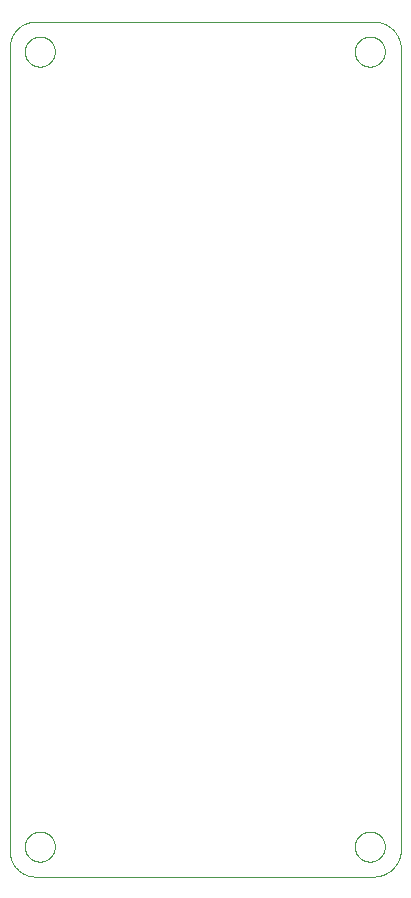
<source format=gm1>
G75*
%MOIN*%
%OFA0B0*%
%FSLAX25Y25*%
%IPPOS*%
%LPD*%
%AMOC8*
5,1,8,0,0,1.08239X$1,22.5*
%
%ADD10C,0.00000*%
D10*
X0014936Y0456002D02*
X0127592Y0456002D01*
X0127814Y0456005D01*
X0128037Y0456013D01*
X0128259Y0456026D01*
X0128481Y0456045D01*
X0128702Y0456069D01*
X0128922Y0456099D01*
X0129142Y0456133D01*
X0129361Y0456174D01*
X0129579Y0456219D01*
X0129796Y0456270D01*
X0130011Y0456325D01*
X0130225Y0456386D01*
X0130437Y0456453D01*
X0130648Y0456524D01*
X0130857Y0456600D01*
X0131064Y0456682D01*
X0131269Y0456768D01*
X0131472Y0456860D01*
X0131673Y0456956D01*
X0131871Y0457057D01*
X0132067Y0457163D01*
X0132260Y0457273D01*
X0132451Y0457388D01*
X0132638Y0457508D01*
X0132823Y0457632D01*
X0133004Y0457761D01*
X0133183Y0457894D01*
X0133358Y0458031D01*
X0133530Y0458172D01*
X0133698Y0458318D01*
X0133863Y0458467D01*
X0134024Y0458621D01*
X0134181Y0458778D01*
X0134335Y0458939D01*
X0134484Y0459104D01*
X0134630Y0459272D01*
X0134771Y0459444D01*
X0134908Y0459619D01*
X0135041Y0459798D01*
X0135170Y0459979D01*
X0135294Y0460164D01*
X0135414Y0460351D01*
X0135529Y0460542D01*
X0135639Y0460735D01*
X0135745Y0460931D01*
X0135846Y0461129D01*
X0135942Y0461330D01*
X0136034Y0461533D01*
X0136120Y0461738D01*
X0136202Y0461945D01*
X0136278Y0462154D01*
X0136349Y0462365D01*
X0136416Y0462577D01*
X0136477Y0462791D01*
X0136532Y0463006D01*
X0136583Y0463223D01*
X0136628Y0463441D01*
X0136669Y0463660D01*
X0136703Y0463880D01*
X0136733Y0464100D01*
X0136757Y0464321D01*
X0136776Y0464543D01*
X0136789Y0464765D01*
X0136797Y0464988D01*
X0136800Y0465210D01*
X0136800Y0731794D01*
X0136797Y0732016D01*
X0136789Y0732239D01*
X0136776Y0732461D01*
X0136757Y0732683D01*
X0136733Y0732904D01*
X0136703Y0733124D01*
X0136669Y0733344D01*
X0136628Y0733563D01*
X0136583Y0733781D01*
X0136532Y0733998D01*
X0136477Y0734213D01*
X0136416Y0734427D01*
X0136349Y0734639D01*
X0136278Y0734850D01*
X0136202Y0735059D01*
X0136120Y0735266D01*
X0136034Y0735471D01*
X0135942Y0735674D01*
X0135846Y0735875D01*
X0135745Y0736073D01*
X0135639Y0736269D01*
X0135529Y0736462D01*
X0135414Y0736653D01*
X0135294Y0736840D01*
X0135170Y0737025D01*
X0135041Y0737206D01*
X0134908Y0737385D01*
X0134771Y0737560D01*
X0134630Y0737732D01*
X0134484Y0737900D01*
X0134335Y0738065D01*
X0134181Y0738226D01*
X0134024Y0738383D01*
X0133863Y0738537D01*
X0133698Y0738686D01*
X0133530Y0738832D01*
X0133358Y0738973D01*
X0133183Y0739110D01*
X0133004Y0739243D01*
X0132823Y0739372D01*
X0132638Y0739496D01*
X0132451Y0739616D01*
X0132260Y0739731D01*
X0132067Y0739841D01*
X0131871Y0739947D01*
X0131673Y0740048D01*
X0131472Y0740144D01*
X0131269Y0740236D01*
X0131064Y0740322D01*
X0130857Y0740404D01*
X0130648Y0740480D01*
X0130437Y0740551D01*
X0130225Y0740618D01*
X0130011Y0740679D01*
X0129796Y0740734D01*
X0129579Y0740785D01*
X0129361Y0740830D01*
X0129142Y0740871D01*
X0128922Y0740905D01*
X0128702Y0740935D01*
X0128481Y0740959D01*
X0128259Y0740978D01*
X0128037Y0740991D01*
X0127814Y0740999D01*
X0127592Y0741002D01*
X0014936Y0741002D01*
X0014730Y0741000D01*
X0014524Y0740992D01*
X0014318Y0740980D01*
X0014112Y0740962D01*
X0013907Y0740940D01*
X0013703Y0740912D01*
X0013499Y0740880D01*
X0013296Y0740843D01*
X0013094Y0740801D01*
X0012893Y0740754D01*
X0012694Y0740702D01*
X0012495Y0740646D01*
X0012298Y0740584D01*
X0012103Y0740518D01*
X0011909Y0740447D01*
X0011717Y0740372D01*
X0011527Y0740292D01*
X0011339Y0740207D01*
X0011153Y0740118D01*
X0010969Y0740024D01*
X0010788Y0739926D01*
X0010609Y0739824D01*
X0010432Y0739717D01*
X0010258Y0739606D01*
X0010087Y0739491D01*
X0009919Y0739372D01*
X0009753Y0739249D01*
X0009591Y0739121D01*
X0009432Y0738990D01*
X0009276Y0738855D01*
X0009123Y0738717D01*
X0008974Y0738574D01*
X0008828Y0738428D01*
X0008685Y0738279D01*
X0008547Y0738126D01*
X0008412Y0737970D01*
X0008281Y0737811D01*
X0008153Y0737649D01*
X0008030Y0737483D01*
X0007911Y0737315D01*
X0007796Y0737144D01*
X0007685Y0736970D01*
X0007578Y0736793D01*
X0007476Y0736614D01*
X0007378Y0736433D01*
X0007284Y0736249D01*
X0007195Y0736063D01*
X0007110Y0735875D01*
X0007030Y0735685D01*
X0006955Y0735493D01*
X0006884Y0735299D01*
X0006818Y0735104D01*
X0006756Y0734907D01*
X0006700Y0734708D01*
X0006648Y0734509D01*
X0006601Y0734308D01*
X0006559Y0734106D01*
X0006522Y0733903D01*
X0006490Y0733699D01*
X0006462Y0733495D01*
X0006440Y0733290D01*
X0006422Y0733084D01*
X0006410Y0732878D01*
X0006402Y0732672D01*
X0006400Y0732466D01*
X0006400Y0464537D01*
X0006402Y0464331D01*
X0006410Y0464125D01*
X0006422Y0463919D01*
X0006440Y0463713D01*
X0006462Y0463508D01*
X0006490Y0463304D01*
X0006522Y0463100D01*
X0006559Y0462897D01*
X0006601Y0462695D01*
X0006648Y0462494D01*
X0006700Y0462295D01*
X0006756Y0462096D01*
X0006818Y0461899D01*
X0006884Y0461704D01*
X0006955Y0461510D01*
X0007030Y0461318D01*
X0007110Y0461128D01*
X0007195Y0460940D01*
X0007284Y0460754D01*
X0007378Y0460570D01*
X0007476Y0460389D01*
X0007578Y0460210D01*
X0007685Y0460033D01*
X0007796Y0459859D01*
X0007911Y0459688D01*
X0008030Y0459520D01*
X0008153Y0459354D01*
X0008281Y0459192D01*
X0008412Y0459033D01*
X0008547Y0458877D01*
X0008685Y0458724D01*
X0008828Y0458575D01*
X0008974Y0458429D01*
X0009123Y0458286D01*
X0009276Y0458148D01*
X0009432Y0458013D01*
X0009591Y0457882D01*
X0009753Y0457754D01*
X0009919Y0457631D01*
X0010087Y0457512D01*
X0010258Y0457397D01*
X0010432Y0457286D01*
X0010609Y0457179D01*
X0010788Y0457077D01*
X0010969Y0456979D01*
X0011153Y0456885D01*
X0011339Y0456796D01*
X0011527Y0456711D01*
X0011717Y0456631D01*
X0011909Y0456556D01*
X0012103Y0456485D01*
X0012298Y0456419D01*
X0012495Y0456357D01*
X0012694Y0456301D01*
X0012893Y0456249D01*
X0013094Y0456202D01*
X0013296Y0456160D01*
X0013499Y0456123D01*
X0013703Y0456091D01*
X0013907Y0456063D01*
X0014112Y0456041D01*
X0014318Y0456023D01*
X0014524Y0456011D01*
X0014730Y0456003D01*
X0014936Y0456001D01*
X0011400Y0466002D02*
X0011402Y0466143D01*
X0011408Y0466284D01*
X0011418Y0466424D01*
X0011432Y0466564D01*
X0011450Y0466704D01*
X0011471Y0466843D01*
X0011497Y0466982D01*
X0011526Y0467120D01*
X0011560Y0467256D01*
X0011597Y0467392D01*
X0011638Y0467527D01*
X0011683Y0467661D01*
X0011732Y0467793D01*
X0011784Y0467924D01*
X0011840Y0468053D01*
X0011900Y0468180D01*
X0011963Y0468306D01*
X0012029Y0468430D01*
X0012100Y0468553D01*
X0012173Y0468673D01*
X0012250Y0468791D01*
X0012330Y0468907D01*
X0012414Y0469020D01*
X0012500Y0469131D01*
X0012590Y0469240D01*
X0012683Y0469346D01*
X0012778Y0469449D01*
X0012877Y0469550D01*
X0012978Y0469648D01*
X0013082Y0469743D01*
X0013189Y0469835D01*
X0013298Y0469924D01*
X0013410Y0470009D01*
X0013524Y0470092D01*
X0013640Y0470172D01*
X0013759Y0470248D01*
X0013880Y0470320D01*
X0014002Y0470390D01*
X0014127Y0470455D01*
X0014253Y0470518D01*
X0014381Y0470576D01*
X0014511Y0470631D01*
X0014642Y0470683D01*
X0014775Y0470730D01*
X0014909Y0470774D01*
X0015044Y0470815D01*
X0015180Y0470851D01*
X0015317Y0470883D01*
X0015455Y0470912D01*
X0015593Y0470937D01*
X0015733Y0470957D01*
X0015873Y0470974D01*
X0016013Y0470987D01*
X0016154Y0470996D01*
X0016294Y0471001D01*
X0016435Y0471002D01*
X0016576Y0470999D01*
X0016717Y0470992D01*
X0016857Y0470981D01*
X0016997Y0470966D01*
X0017137Y0470947D01*
X0017276Y0470925D01*
X0017414Y0470898D01*
X0017552Y0470868D01*
X0017688Y0470833D01*
X0017824Y0470795D01*
X0017958Y0470753D01*
X0018092Y0470707D01*
X0018224Y0470658D01*
X0018354Y0470604D01*
X0018483Y0470547D01*
X0018610Y0470487D01*
X0018736Y0470423D01*
X0018859Y0470355D01*
X0018981Y0470284D01*
X0019101Y0470210D01*
X0019218Y0470132D01*
X0019333Y0470051D01*
X0019446Y0469967D01*
X0019557Y0469880D01*
X0019665Y0469789D01*
X0019770Y0469696D01*
X0019873Y0469599D01*
X0019973Y0469500D01*
X0020070Y0469398D01*
X0020164Y0469293D01*
X0020255Y0469186D01*
X0020343Y0469076D01*
X0020428Y0468964D01*
X0020510Y0468849D01*
X0020589Y0468732D01*
X0020664Y0468613D01*
X0020736Y0468492D01*
X0020804Y0468369D01*
X0020869Y0468244D01*
X0020931Y0468117D01*
X0020988Y0467988D01*
X0021043Y0467858D01*
X0021093Y0467727D01*
X0021140Y0467594D01*
X0021183Y0467460D01*
X0021222Y0467324D01*
X0021257Y0467188D01*
X0021289Y0467051D01*
X0021316Y0466913D01*
X0021340Y0466774D01*
X0021360Y0466634D01*
X0021376Y0466494D01*
X0021388Y0466354D01*
X0021396Y0466213D01*
X0021400Y0466072D01*
X0021400Y0465932D01*
X0021396Y0465791D01*
X0021388Y0465650D01*
X0021376Y0465510D01*
X0021360Y0465370D01*
X0021340Y0465230D01*
X0021316Y0465091D01*
X0021289Y0464953D01*
X0021257Y0464816D01*
X0021222Y0464680D01*
X0021183Y0464544D01*
X0021140Y0464410D01*
X0021093Y0464277D01*
X0021043Y0464146D01*
X0020988Y0464016D01*
X0020931Y0463887D01*
X0020869Y0463760D01*
X0020804Y0463635D01*
X0020736Y0463512D01*
X0020664Y0463391D01*
X0020589Y0463272D01*
X0020510Y0463155D01*
X0020428Y0463040D01*
X0020343Y0462928D01*
X0020255Y0462818D01*
X0020164Y0462711D01*
X0020070Y0462606D01*
X0019973Y0462504D01*
X0019873Y0462405D01*
X0019770Y0462308D01*
X0019665Y0462215D01*
X0019557Y0462124D01*
X0019446Y0462037D01*
X0019333Y0461953D01*
X0019218Y0461872D01*
X0019101Y0461794D01*
X0018981Y0461720D01*
X0018859Y0461649D01*
X0018736Y0461581D01*
X0018610Y0461517D01*
X0018483Y0461457D01*
X0018354Y0461400D01*
X0018224Y0461346D01*
X0018092Y0461297D01*
X0017958Y0461251D01*
X0017824Y0461209D01*
X0017688Y0461171D01*
X0017552Y0461136D01*
X0017414Y0461106D01*
X0017276Y0461079D01*
X0017137Y0461057D01*
X0016997Y0461038D01*
X0016857Y0461023D01*
X0016717Y0461012D01*
X0016576Y0461005D01*
X0016435Y0461002D01*
X0016294Y0461003D01*
X0016154Y0461008D01*
X0016013Y0461017D01*
X0015873Y0461030D01*
X0015733Y0461047D01*
X0015593Y0461067D01*
X0015455Y0461092D01*
X0015317Y0461121D01*
X0015180Y0461153D01*
X0015044Y0461189D01*
X0014909Y0461230D01*
X0014775Y0461274D01*
X0014642Y0461321D01*
X0014511Y0461373D01*
X0014381Y0461428D01*
X0014253Y0461486D01*
X0014127Y0461549D01*
X0014002Y0461614D01*
X0013880Y0461684D01*
X0013759Y0461756D01*
X0013640Y0461832D01*
X0013524Y0461912D01*
X0013410Y0461995D01*
X0013298Y0462080D01*
X0013189Y0462169D01*
X0013082Y0462261D01*
X0012978Y0462356D01*
X0012877Y0462454D01*
X0012778Y0462555D01*
X0012683Y0462658D01*
X0012590Y0462764D01*
X0012500Y0462873D01*
X0012414Y0462984D01*
X0012330Y0463097D01*
X0012250Y0463213D01*
X0012173Y0463331D01*
X0012100Y0463451D01*
X0012029Y0463574D01*
X0011963Y0463698D01*
X0011900Y0463824D01*
X0011840Y0463951D01*
X0011784Y0464080D01*
X0011732Y0464211D01*
X0011683Y0464343D01*
X0011638Y0464477D01*
X0011597Y0464612D01*
X0011560Y0464748D01*
X0011526Y0464884D01*
X0011497Y0465022D01*
X0011471Y0465161D01*
X0011450Y0465300D01*
X0011432Y0465440D01*
X0011418Y0465580D01*
X0011408Y0465720D01*
X0011402Y0465861D01*
X0011400Y0466002D01*
X0011400Y0731002D02*
X0011402Y0731143D01*
X0011408Y0731284D01*
X0011418Y0731424D01*
X0011432Y0731564D01*
X0011450Y0731704D01*
X0011471Y0731843D01*
X0011497Y0731982D01*
X0011526Y0732120D01*
X0011560Y0732256D01*
X0011597Y0732392D01*
X0011638Y0732527D01*
X0011683Y0732661D01*
X0011732Y0732793D01*
X0011784Y0732924D01*
X0011840Y0733053D01*
X0011900Y0733180D01*
X0011963Y0733306D01*
X0012029Y0733430D01*
X0012100Y0733553D01*
X0012173Y0733673D01*
X0012250Y0733791D01*
X0012330Y0733907D01*
X0012414Y0734020D01*
X0012500Y0734131D01*
X0012590Y0734240D01*
X0012683Y0734346D01*
X0012778Y0734449D01*
X0012877Y0734550D01*
X0012978Y0734648D01*
X0013082Y0734743D01*
X0013189Y0734835D01*
X0013298Y0734924D01*
X0013410Y0735009D01*
X0013524Y0735092D01*
X0013640Y0735172D01*
X0013759Y0735248D01*
X0013880Y0735320D01*
X0014002Y0735390D01*
X0014127Y0735455D01*
X0014253Y0735518D01*
X0014381Y0735576D01*
X0014511Y0735631D01*
X0014642Y0735683D01*
X0014775Y0735730D01*
X0014909Y0735774D01*
X0015044Y0735815D01*
X0015180Y0735851D01*
X0015317Y0735883D01*
X0015455Y0735912D01*
X0015593Y0735937D01*
X0015733Y0735957D01*
X0015873Y0735974D01*
X0016013Y0735987D01*
X0016154Y0735996D01*
X0016294Y0736001D01*
X0016435Y0736002D01*
X0016576Y0735999D01*
X0016717Y0735992D01*
X0016857Y0735981D01*
X0016997Y0735966D01*
X0017137Y0735947D01*
X0017276Y0735925D01*
X0017414Y0735898D01*
X0017552Y0735868D01*
X0017688Y0735833D01*
X0017824Y0735795D01*
X0017958Y0735753D01*
X0018092Y0735707D01*
X0018224Y0735658D01*
X0018354Y0735604D01*
X0018483Y0735547D01*
X0018610Y0735487D01*
X0018736Y0735423D01*
X0018859Y0735355D01*
X0018981Y0735284D01*
X0019101Y0735210D01*
X0019218Y0735132D01*
X0019333Y0735051D01*
X0019446Y0734967D01*
X0019557Y0734880D01*
X0019665Y0734789D01*
X0019770Y0734696D01*
X0019873Y0734599D01*
X0019973Y0734500D01*
X0020070Y0734398D01*
X0020164Y0734293D01*
X0020255Y0734186D01*
X0020343Y0734076D01*
X0020428Y0733964D01*
X0020510Y0733849D01*
X0020589Y0733732D01*
X0020664Y0733613D01*
X0020736Y0733492D01*
X0020804Y0733369D01*
X0020869Y0733244D01*
X0020931Y0733117D01*
X0020988Y0732988D01*
X0021043Y0732858D01*
X0021093Y0732727D01*
X0021140Y0732594D01*
X0021183Y0732460D01*
X0021222Y0732324D01*
X0021257Y0732188D01*
X0021289Y0732051D01*
X0021316Y0731913D01*
X0021340Y0731774D01*
X0021360Y0731634D01*
X0021376Y0731494D01*
X0021388Y0731354D01*
X0021396Y0731213D01*
X0021400Y0731072D01*
X0021400Y0730932D01*
X0021396Y0730791D01*
X0021388Y0730650D01*
X0021376Y0730510D01*
X0021360Y0730370D01*
X0021340Y0730230D01*
X0021316Y0730091D01*
X0021289Y0729953D01*
X0021257Y0729816D01*
X0021222Y0729680D01*
X0021183Y0729544D01*
X0021140Y0729410D01*
X0021093Y0729277D01*
X0021043Y0729146D01*
X0020988Y0729016D01*
X0020931Y0728887D01*
X0020869Y0728760D01*
X0020804Y0728635D01*
X0020736Y0728512D01*
X0020664Y0728391D01*
X0020589Y0728272D01*
X0020510Y0728155D01*
X0020428Y0728040D01*
X0020343Y0727928D01*
X0020255Y0727818D01*
X0020164Y0727711D01*
X0020070Y0727606D01*
X0019973Y0727504D01*
X0019873Y0727405D01*
X0019770Y0727308D01*
X0019665Y0727215D01*
X0019557Y0727124D01*
X0019446Y0727037D01*
X0019333Y0726953D01*
X0019218Y0726872D01*
X0019101Y0726794D01*
X0018981Y0726720D01*
X0018859Y0726649D01*
X0018736Y0726581D01*
X0018610Y0726517D01*
X0018483Y0726457D01*
X0018354Y0726400D01*
X0018224Y0726346D01*
X0018092Y0726297D01*
X0017958Y0726251D01*
X0017824Y0726209D01*
X0017688Y0726171D01*
X0017552Y0726136D01*
X0017414Y0726106D01*
X0017276Y0726079D01*
X0017137Y0726057D01*
X0016997Y0726038D01*
X0016857Y0726023D01*
X0016717Y0726012D01*
X0016576Y0726005D01*
X0016435Y0726002D01*
X0016294Y0726003D01*
X0016154Y0726008D01*
X0016013Y0726017D01*
X0015873Y0726030D01*
X0015733Y0726047D01*
X0015593Y0726067D01*
X0015455Y0726092D01*
X0015317Y0726121D01*
X0015180Y0726153D01*
X0015044Y0726189D01*
X0014909Y0726230D01*
X0014775Y0726274D01*
X0014642Y0726321D01*
X0014511Y0726373D01*
X0014381Y0726428D01*
X0014253Y0726486D01*
X0014127Y0726549D01*
X0014002Y0726614D01*
X0013880Y0726684D01*
X0013759Y0726756D01*
X0013640Y0726832D01*
X0013524Y0726912D01*
X0013410Y0726995D01*
X0013298Y0727080D01*
X0013189Y0727169D01*
X0013082Y0727261D01*
X0012978Y0727356D01*
X0012877Y0727454D01*
X0012778Y0727555D01*
X0012683Y0727658D01*
X0012590Y0727764D01*
X0012500Y0727873D01*
X0012414Y0727984D01*
X0012330Y0728097D01*
X0012250Y0728213D01*
X0012173Y0728331D01*
X0012100Y0728451D01*
X0012029Y0728574D01*
X0011963Y0728698D01*
X0011900Y0728824D01*
X0011840Y0728951D01*
X0011784Y0729080D01*
X0011732Y0729211D01*
X0011683Y0729343D01*
X0011638Y0729477D01*
X0011597Y0729612D01*
X0011560Y0729748D01*
X0011526Y0729884D01*
X0011497Y0730022D01*
X0011471Y0730161D01*
X0011450Y0730300D01*
X0011432Y0730440D01*
X0011418Y0730580D01*
X0011408Y0730720D01*
X0011402Y0730861D01*
X0011400Y0731002D01*
X0121400Y0731002D02*
X0121402Y0731143D01*
X0121408Y0731284D01*
X0121418Y0731424D01*
X0121432Y0731564D01*
X0121450Y0731704D01*
X0121471Y0731843D01*
X0121497Y0731982D01*
X0121526Y0732120D01*
X0121560Y0732256D01*
X0121597Y0732392D01*
X0121638Y0732527D01*
X0121683Y0732661D01*
X0121732Y0732793D01*
X0121784Y0732924D01*
X0121840Y0733053D01*
X0121900Y0733180D01*
X0121963Y0733306D01*
X0122029Y0733430D01*
X0122100Y0733553D01*
X0122173Y0733673D01*
X0122250Y0733791D01*
X0122330Y0733907D01*
X0122414Y0734020D01*
X0122500Y0734131D01*
X0122590Y0734240D01*
X0122683Y0734346D01*
X0122778Y0734449D01*
X0122877Y0734550D01*
X0122978Y0734648D01*
X0123082Y0734743D01*
X0123189Y0734835D01*
X0123298Y0734924D01*
X0123410Y0735009D01*
X0123524Y0735092D01*
X0123640Y0735172D01*
X0123759Y0735248D01*
X0123880Y0735320D01*
X0124002Y0735390D01*
X0124127Y0735455D01*
X0124253Y0735518D01*
X0124381Y0735576D01*
X0124511Y0735631D01*
X0124642Y0735683D01*
X0124775Y0735730D01*
X0124909Y0735774D01*
X0125044Y0735815D01*
X0125180Y0735851D01*
X0125317Y0735883D01*
X0125455Y0735912D01*
X0125593Y0735937D01*
X0125733Y0735957D01*
X0125873Y0735974D01*
X0126013Y0735987D01*
X0126154Y0735996D01*
X0126294Y0736001D01*
X0126435Y0736002D01*
X0126576Y0735999D01*
X0126717Y0735992D01*
X0126857Y0735981D01*
X0126997Y0735966D01*
X0127137Y0735947D01*
X0127276Y0735925D01*
X0127414Y0735898D01*
X0127552Y0735868D01*
X0127688Y0735833D01*
X0127824Y0735795D01*
X0127958Y0735753D01*
X0128092Y0735707D01*
X0128224Y0735658D01*
X0128354Y0735604D01*
X0128483Y0735547D01*
X0128610Y0735487D01*
X0128736Y0735423D01*
X0128859Y0735355D01*
X0128981Y0735284D01*
X0129101Y0735210D01*
X0129218Y0735132D01*
X0129333Y0735051D01*
X0129446Y0734967D01*
X0129557Y0734880D01*
X0129665Y0734789D01*
X0129770Y0734696D01*
X0129873Y0734599D01*
X0129973Y0734500D01*
X0130070Y0734398D01*
X0130164Y0734293D01*
X0130255Y0734186D01*
X0130343Y0734076D01*
X0130428Y0733964D01*
X0130510Y0733849D01*
X0130589Y0733732D01*
X0130664Y0733613D01*
X0130736Y0733492D01*
X0130804Y0733369D01*
X0130869Y0733244D01*
X0130931Y0733117D01*
X0130988Y0732988D01*
X0131043Y0732858D01*
X0131093Y0732727D01*
X0131140Y0732594D01*
X0131183Y0732460D01*
X0131222Y0732324D01*
X0131257Y0732188D01*
X0131289Y0732051D01*
X0131316Y0731913D01*
X0131340Y0731774D01*
X0131360Y0731634D01*
X0131376Y0731494D01*
X0131388Y0731354D01*
X0131396Y0731213D01*
X0131400Y0731072D01*
X0131400Y0730932D01*
X0131396Y0730791D01*
X0131388Y0730650D01*
X0131376Y0730510D01*
X0131360Y0730370D01*
X0131340Y0730230D01*
X0131316Y0730091D01*
X0131289Y0729953D01*
X0131257Y0729816D01*
X0131222Y0729680D01*
X0131183Y0729544D01*
X0131140Y0729410D01*
X0131093Y0729277D01*
X0131043Y0729146D01*
X0130988Y0729016D01*
X0130931Y0728887D01*
X0130869Y0728760D01*
X0130804Y0728635D01*
X0130736Y0728512D01*
X0130664Y0728391D01*
X0130589Y0728272D01*
X0130510Y0728155D01*
X0130428Y0728040D01*
X0130343Y0727928D01*
X0130255Y0727818D01*
X0130164Y0727711D01*
X0130070Y0727606D01*
X0129973Y0727504D01*
X0129873Y0727405D01*
X0129770Y0727308D01*
X0129665Y0727215D01*
X0129557Y0727124D01*
X0129446Y0727037D01*
X0129333Y0726953D01*
X0129218Y0726872D01*
X0129101Y0726794D01*
X0128981Y0726720D01*
X0128859Y0726649D01*
X0128736Y0726581D01*
X0128610Y0726517D01*
X0128483Y0726457D01*
X0128354Y0726400D01*
X0128224Y0726346D01*
X0128092Y0726297D01*
X0127958Y0726251D01*
X0127824Y0726209D01*
X0127688Y0726171D01*
X0127552Y0726136D01*
X0127414Y0726106D01*
X0127276Y0726079D01*
X0127137Y0726057D01*
X0126997Y0726038D01*
X0126857Y0726023D01*
X0126717Y0726012D01*
X0126576Y0726005D01*
X0126435Y0726002D01*
X0126294Y0726003D01*
X0126154Y0726008D01*
X0126013Y0726017D01*
X0125873Y0726030D01*
X0125733Y0726047D01*
X0125593Y0726067D01*
X0125455Y0726092D01*
X0125317Y0726121D01*
X0125180Y0726153D01*
X0125044Y0726189D01*
X0124909Y0726230D01*
X0124775Y0726274D01*
X0124642Y0726321D01*
X0124511Y0726373D01*
X0124381Y0726428D01*
X0124253Y0726486D01*
X0124127Y0726549D01*
X0124002Y0726614D01*
X0123880Y0726684D01*
X0123759Y0726756D01*
X0123640Y0726832D01*
X0123524Y0726912D01*
X0123410Y0726995D01*
X0123298Y0727080D01*
X0123189Y0727169D01*
X0123082Y0727261D01*
X0122978Y0727356D01*
X0122877Y0727454D01*
X0122778Y0727555D01*
X0122683Y0727658D01*
X0122590Y0727764D01*
X0122500Y0727873D01*
X0122414Y0727984D01*
X0122330Y0728097D01*
X0122250Y0728213D01*
X0122173Y0728331D01*
X0122100Y0728451D01*
X0122029Y0728574D01*
X0121963Y0728698D01*
X0121900Y0728824D01*
X0121840Y0728951D01*
X0121784Y0729080D01*
X0121732Y0729211D01*
X0121683Y0729343D01*
X0121638Y0729477D01*
X0121597Y0729612D01*
X0121560Y0729748D01*
X0121526Y0729884D01*
X0121497Y0730022D01*
X0121471Y0730161D01*
X0121450Y0730300D01*
X0121432Y0730440D01*
X0121418Y0730580D01*
X0121408Y0730720D01*
X0121402Y0730861D01*
X0121400Y0731002D01*
X0121400Y0466002D02*
X0121402Y0466143D01*
X0121408Y0466284D01*
X0121418Y0466424D01*
X0121432Y0466564D01*
X0121450Y0466704D01*
X0121471Y0466843D01*
X0121497Y0466982D01*
X0121526Y0467120D01*
X0121560Y0467256D01*
X0121597Y0467392D01*
X0121638Y0467527D01*
X0121683Y0467661D01*
X0121732Y0467793D01*
X0121784Y0467924D01*
X0121840Y0468053D01*
X0121900Y0468180D01*
X0121963Y0468306D01*
X0122029Y0468430D01*
X0122100Y0468553D01*
X0122173Y0468673D01*
X0122250Y0468791D01*
X0122330Y0468907D01*
X0122414Y0469020D01*
X0122500Y0469131D01*
X0122590Y0469240D01*
X0122683Y0469346D01*
X0122778Y0469449D01*
X0122877Y0469550D01*
X0122978Y0469648D01*
X0123082Y0469743D01*
X0123189Y0469835D01*
X0123298Y0469924D01*
X0123410Y0470009D01*
X0123524Y0470092D01*
X0123640Y0470172D01*
X0123759Y0470248D01*
X0123880Y0470320D01*
X0124002Y0470390D01*
X0124127Y0470455D01*
X0124253Y0470518D01*
X0124381Y0470576D01*
X0124511Y0470631D01*
X0124642Y0470683D01*
X0124775Y0470730D01*
X0124909Y0470774D01*
X0125044Y0470815D01*
X0125180Y0470851D01*
X0125317Y0470883D01*
X0125455Y0470912D01*
X0125593Y0470937D01*
X0125733Y0470957D01*
X0125873Y0470974D01*
X0126013Y0470987D01*
X0126154Y0470996D01*
X0126294Y0471001D01*
X0126435Y0471002D01*
X0126576Y0470999D01*
X0126717Y0470992D01*
X0126857Y0470981D01*
X0126997Y0470966D01*
X0127137Y0470947D01*
X0127276Y0470925D01*
X0127414Y0470898D01*
X0127552Y0470868D01*
X0127688Y0470833D01*
X0127824Y0470795D01*
X0127958Y0470753D01*
X0128092Y0470707D01*
X0128224Y0470658D01*
X0128354Y0470604D01*
X0128483Y0470547D01*
X0128610Y0470487D01*
X0128736Y0470423D01*
X0128859Y0470355D01*
X0128981Y0470284D01*
X0129101Y0470210D01*
X0129218Y0470132D01*
X0129333Y0470051D01*
X0129446Y0469967D01*
X0129557Y0469880D01*
X0129665Y0469789D01*
X0129770Y0469696D01*
X0129873Y0469599D01*
X0129973Y0469500D01*
X0130070Y0469398D01*
X0130164Y0469293D01*
X0130255Y0469186D01*
X0130343Y0469076D01*
X0130428Y0468964D01*
X0130510Y0468849D01*
X0130589Y0468732D01*
X0130664Y0468613D01*
X0130736Y0468492D01*
X0130804Y0468369D01*
X0130869Y0468244D01*
X0130931Y0468117D01*
X0130988Y0467988D01*
X0131043Y0467858D01*
X0131093Y0467727D01*
X0131140Y0467594D01*
X0131183Y0467460D01*
X0131222Y0467324D01*
X0131257Y0467188D01*
X0131289Y0467051D01*
X0131316Y0466913D01*
X0131340Y0466774D01*
X0131360Y0466634D01*
X0131376Y0466494D01*
X0131388Y0466354D01*
X0131396Y0466213D01*
X0131400Y0466072D01*
X0131400Y0465932D01*
X0131396Y0465791D01*
X0131388Y0465650D01*
X0131376Y0465510D01*
X0131360Y0465370D01*
X0131340Y0465230D01*
X0131316Y0465091D01*
X0131289Y0464953D01*
X0131257Y0464816D01*
X0131222Y0464680D01*
X0131183Y0464544D01*
X0131140Y0464410D01*
X0131093Y0464277D01*
X0131043Y0464146D01*
X0130988Y0464016D01*
X0130931Y0463887D01*
X0130869Y0463760D01*
X0130804Y0463635D01*
X0130736Y0463512D01*
X0130664Y0463391D01*
X0130589Y0463272D01*
X0130510Y0463155D01*
X0130428Y0463040D01*
X0130343Y0462928D01*
X0130255Y0462818D01*
X0130164Y0462711D01*
X0130070Y0462606D01*
X0129973Y0462504D01*
X0129873Y0462405D01*
X0129770Y0462308D01*
X0129665Y0462215D01*
X0129557Y0462124D01*
X0129446Y0462037D01*
X0129333Y0461953D01*
X0129218Y0461872D01*
X0129101Y0461794D01*
X0128981Y0461720D01*
X0128859Y0461649D01*
X0128736Y0461581D01*
X0128610Y0461517D01*
X0128483Y0461457D01*
X0128354Y0461400D01*
X0128224Y0461346D01*
X0128092Y0461297D01*
X0127958Y0461251D01*
X0127824Y0461209D01*
X0127688Y0461171D01*
X0127552Y0461136D01*
X0127414Y0461106D01*
X0127276Y0461079D01*
X0127137Y0461057D01*
X0126997Y0461038D01*
X0126857Y0461023D01*
X0126717Y0461012D01*
X0126576Y0461005D01*
X0126435Y0461002D01*
X0126294Y0461003D01*
X0126154Y0461008D01*
X0126013Y0461017D01*
X0125873Y0461030D01*
X0125733Y0461047D01*
X0125593Y0461067D01*
X0125455Y0461092D01*
X0125317Y0461121D01*
X0125180Y0461153D01*
X0125044Y0461189D01*
X0124909Y0461230D01*
X0124775Y0461274D01*
X0124642Y0461321D01*
X0124511Y0461373D01*
X0124381Y0461428D01*
X0124253Y0461486D01*
X0124127Y0461549D01*
X0124002Y0461614D01*
X0123880Y0461684D01*
X0123759Y0461756D01*
X0123640Y0461832D01*
X0123524Y0461912D01*
X0123410Y0461995D01*
X0123298Y0462080D01*
X0123189Y0462169D01*
X0123082Y0462261D01*
X0122978Y0462356D01*
X0122877Y0462454D01*
X0122778Y0462555D01*
X0122683Y0462658D01*
X0122590Y0462764D01*
X0122500Y0462873D01*
X0122414Y0462984D01*
X0122330Y0463097D01*
X0122250Y0463213D01*
X0122173Y0463331D01*
X0122100Y0463451D01*
X0122029Y0463574D01*
X0121963Y0463698D01*
X0121900Y0463824D01*
X0121840Y0463951D01*
X0121784Y0464080D01*
X0121732Y0464211D01*
X0121683Y0464343D01*
X0121638Y0464477D01*
X0121597Y0464612D01*
X0121560Y0464748D01*
X0121526Y0464884D01*
X0121497Y0465022D01*
X0121471Y0465161D01*
X0121450Y0465300D01*
X0121432Y0465440D01*
X0121418Y0465580D01*
X0121408Y0465720D01*
X0121402Y0465861D01*
X0121400Y0466002D01*
M02*

</source>
